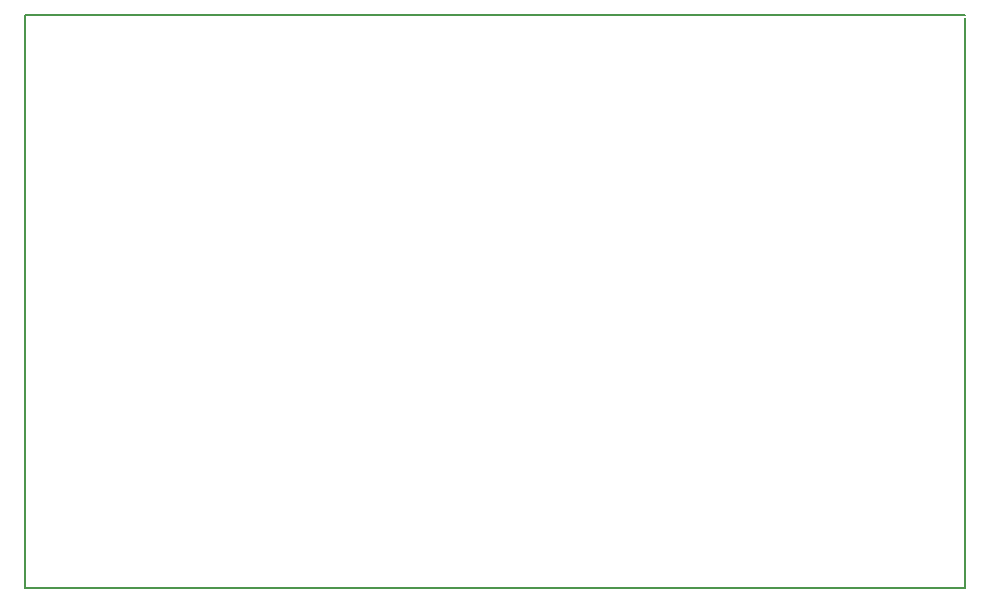
<source format=gbr>
G04 #@! TF.FileFunction,Other,User*
%FSLAX46Y46*%
G04 Gerber Fmt 4.6, Leading zero omitted, Abs format (unit mm)*
G04 Created by KiCad (PCBNEW 4.0.5) date Thursday, March 09, 2017 'PMt' 04:26:22 PM*
%MOMM*%
%LPD*%
G01*
G04 APERTURE LIST*
%ADD10C,0.100000*%
%ADD11C,0.200000*%
G04 APERTURE END LIST*
D10*
D11*
X216789000Y-142113000D02*
X216789000Y-93853000D01*
X137160000Y-142113000D02*
X216789000Y-142113000D01*
X137160000Y-93599000D02*
X137160000Y-142113000D01*
X216789000Y-93599000D02*
X137160000Y-93599000D01*
M02*

</source>
